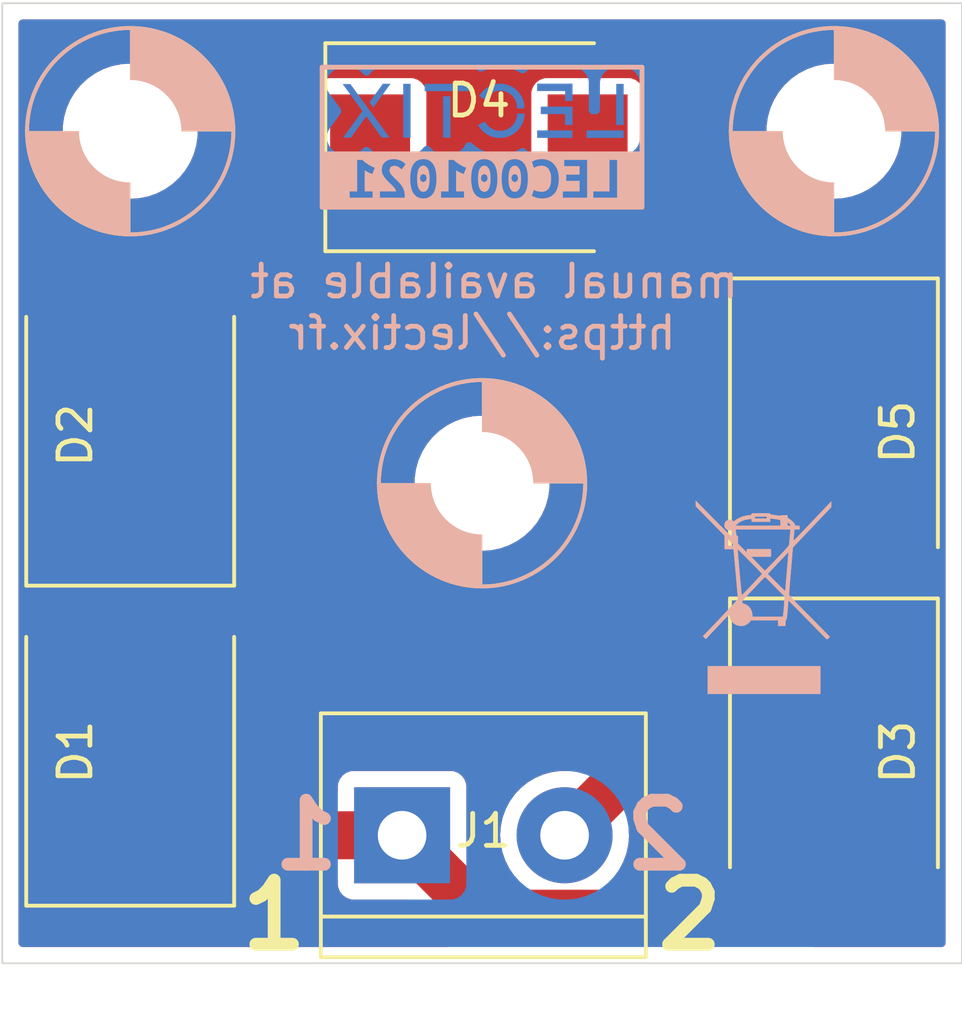
<source format=kicad_pcb>
(kicad_pcb (version 20211014) (generator pcbnew)
  (layers (0 "F.Cu" signal) (31 "B.Cu" signal) (34 "B.Paste" user) (35 "F.Paste" user) (36 "B.SilkS" user "B.Silkscreen") (37 "F.SilkS" user "F.Silkscreen") (38 "B.Mask" user) (39 "F.Mask" user) (44 "Edge.Cuts" user))
  (net 0 "")
  (net 1 "Net-(D1-Pad2)")
  (net 2 "Net-(D1-Pad1)")
  (net 3 "Net-(D2-Pad2)")
  (net 4 "Net-(D4-Pad2)")
  (net 5 "Net-(D3-Pad1)")
  (footprint "0_mechanical:MountingHole_3.2mm_M3" (layer "F.Cu") (at 126.5 77)
    (fp_text reference "H2" hide)
    (fp_text value "MountingHole" hide)
    (fp_circle (center 0 0) (end 3.224903 0) (layer "B.SilkS") (width 0.12) (fill none))
    (fp_poly (pts (xy 0 3.224903) (xy 0 1.6) (xy -0.1 1.6) (xy -0.5 1.5) (xy -0.9 1.3) (xy -1.3 0.9) (xy -1.5 0.5) (xy -1.6 0.1) (xy -1.6 0) (xy -3.2 0) (xy -3.2 0.5) (xy -3.1 0.9) (xy -2.8 1.6) (xy -2.3 2.3) (xy -1.5 2.9) (xy -0.5 3.2)) (layer "B.SilkS") (width 0.01) (fill solid))
    (fp_poly (pts (xy 0 -3.224903) (xy 0 -1.6) (xy 0.1 -1.6) (xy 0.5 -1.5) (xy 0.9 -1.3) (xy 1.3 -0.9) (xy 1.5 -0.5) (xy 1.6 -0.1) (xy 1.6 0) (xy 3.2 0) (xy 3.2 -0.5) (xy 3.1 -0.9) (xy 2.8 -1.6) (xy 2.3 -2.3) (xy 1.5 -2.9) (xy 0.5 -3.2)) (layer "B.SilkS") (width 0.01) (fill solid))
    (fp_circle (center 0 0) (end 1.6 -2.8) (layer "F.SilkS") (width 0.12) (fill none))
    (fp_poly (pts (xy 0 3.224903) (xy 0 1.6) (xy -0.1 1.6) (xy -0.5 1.5) (xy -0.9 1.3) (xy -1.3 0.9) (xy -1.5 0.5) (xy -1.6 0.1) (xy -1.6 0) (xy -3.2 0) (xy -3.2 0.5) (xy -3.1 0.9) (xy -2.8 1.6) (xy -2.3 2.3) (xy -1.5 2.9) (xy -0.5 3.2)) (layer "F.SilkS") (width 0.01) (fill solid))
    (fp_poly (pts (xy 0 -3.224903) (xy 0 -1.6) (xy 0.1 -1.6) (xy 0.5 -1.5) (xy 0.9 -1.3) (xy 1.3 -0.9) (xy 1.5 -0.5) (xy 1.6 -0.1) (xy 1.6 0) (xy 3.2 0) (xy 3.2 -0.5) (xy 3.1 -0.9) (xy 2.8 -1.6) (xy 2.3 -2.3) (xy 1.5 -2.9) (xy 0.5 -3.2)) (layer "F.SilkS") (width 0.01) (fill solid))
    (pad "" np_thru_hole circle locked (at 0 0) (size 3.2 3.2) (drill 3.2) (layers *.Cu *.Mask))
  )
  (footprint "0_connectors:TerminalBlock_bornier-2_P5.08mm-blue" (layer "F.Cu") (at 135 99)
    (fp_text reference "J1" (at 2.54 -0.14) (layer "F.SilkS"))
    (fp_text value "Screw_Terminal_01x02_blue")
    (fp_line (start 7.62 2.54) (end -2.54 2.54) (layer "F.SilkS") (width 0.12))
    (fp_line (start -2.54 3.81) (end 7.62 3.81) (layer "F.SilkS") (width 0.12))
    (fp_line (start 7.62 3.81) (end 7.62 -3.81) (layer "F.SilkS") (width 0.12))
    (fp_line (start -2.54 -3.81) (end -2.54 3.81) (layer "F.SilkS") (width 0.12))
    (fp_line (start 7.62 -3.81) (end -2.54 -3.81) (layer "F.SilkS") (width 0.12))
    (pad "1" thru_hole rect locked (at 0 0) (size 3 3) (drill 1.52) (layers *.Cu *.Mask) (net 2 "Net-(D1-Pad1)"))
    (pad "2" thru_hole circle locked (at 5.08 0) (size 3 3) (drill 1.52) (layers *.Cu *.Mask) (net 5 "Net-(D3-Pad1)"))
  )
  (footprint "Diode_SMD:D_SMC" (layer "F.Cu") (at 126.5 96.4 90)
    (fp_text reference "D1" (at 0 -1.714 90) (layer "F.SilkS"))
    (fp_text value "RS3M")
    (fp_line (start -4.8 3.25) (end -4.8 -3.25) (layer "F.SilkS") (width 0.12))
    (fp_line (start -4.8 -3.25) (end 3.6 -3.25) (layer "F.SilkS") (width 0.12))
    (fp_line (start -4.8 3.25) (end 3.6 3.25) (layer "F.SilkS") (width 0.12))
    (pad "1" smd rect locked (at -3.4 0 180) (size 3.3 2.5) (layers "F.Cu" "F.Paste" "F.Mask") (net 2 "Net-(D1-Pad1)"))
    (pad "2" smd rect locked (at 3.4 0 180) (size 3.3 2.5) (layers "F.Cu" "F.Paste" "F.Mask") (net 1 "Net-(D1-Pad2)"))
  )
  (footprint "Diode_SMD:D_SMC" (layer "F.Cu") (at 126.5 86.4 90)
    (fp_text reference "D2" (at -0.1 -1.714 90) (layer "F.SilkS"))
    (fp_text value "RS3M")
    (fp_line (start -4.8 -3.25) (end 3.6 -3.25) (layer "F.SilkS") (width 0.12))
    (fp_line (start -4.8 3.25) (end -4.8 -3.25) (layer "F.SilkS") (width 0.12))
    (fp_line (start -4.8 3.25) (end 3.6 3.25) (layer "F.SilkS") (width 0.12))
    (pad "1" smd rect locked (at -3.4 0 180) (size 3.3 2.5) (layers "F.Cu" "F.Paste" "F.Mask") (net 1 "Net-(D1-Pad2)"))
    (pad "2" smd rect locked (at 3.4 0 180) (size 3.3 2.5) (layers "F.Cu" "F.Paste" "F.Mask") (net 3 "Net-(D2-Pad2)"))
  )
  (footprint "Diode_SMD:D_SMC" (layer "F.Cu") (at 137.4 77.5)
    (fp_text reference "D4" (at 0 -1.46) (layer "F.SilkS"))
    (fp_text value "RS3M")
    (fp_line (start -4.8 3.25) (end -4.8 -3.25) (layer "F.SilkS") (width 0.12))
    (fp_line (start -4.8 -3.25) (end 3.6 -3.25) (layer "F.SilkS") (width 0.12))
    (fp_line (start -4.8 3.25) (end 3.6 3.25) (layer "F.SilkS") (width 0.12))
    (pad "1" smd rect locked (at -3.4 0 90) (size 3.3 2.5) (layers "F.Cu" "F.Paste" "F.Mask") (net 3 "Net-(D2-Pad2)"))
    (pad "2" smd rect locked (at 3.4 0 90) (size 3.3 2.5) (layers "F.Cu" "F.Paste" "F.Mask") (net 4 "Net-(D4-Pad2)"))
  )
  (footprint "Diode_SMD:D_SMC" (layer "F.Cu") (at 148.5 86.4 -90)
    (fp_text reference "D5" (at 0 -1.9914 90) (layer "F.SilkS"))
    (fp_text value "RS3M")
    (fp_line (start -4.8 3.25) (end -4.8 -3.25) (layer "F.SilkS") (width 0.12))
    (fp_line (start -4.8 3.25) (end 3.6 3.25) (layer "F.SilkS") (width 0.12))
    (fp_line (start -4.8 -3.25) (end 3.6 -3.25) (layer "F.SilkS") (width 0.12))
    (pad "1" smd rect locked (at -3.4 0) (size 3.3 2.5) (layers "F.Cu" "F.Paste" "F.Mask") (net 4 "Net-(D4-Pad2)"))
    (pad "2" smd rect locked (at 3.4 0) (size 3.3 2.5) (layers "F.Cu" "F.Paste" "F.Mask") (net 5 "Net-(D3-Pad1)"))
  )
  (footprint "Diode_SMD:D_SMC" (layer "F.Cu") (at 148.5 96.4 -90)
    (fp_text reference "D3" (at 0 -2 90) (layer "F.SilkS"))
    (fp_text value "SS34C")
    (fp_line (start -4.8 3.25) (end 3.6 3.25) (layer "F.SilkS") (width 0.12))
    (fp_line (start -4.8 -3.25) (end 3.6 -3.25) (layer "F.SilkS") (width 0.12))
    (fp_line (start -4.8 3.25) (end -4.8 -3.25) (layer "F.SilkS") (width 0.12))
    (pad "1" smd rect locked (at -3.4 0) (size 3.3 2.5) (layers "F.Cu" "F.Paste" "F.Mask") (net 5 "Net-(D3-Pad1)"))
    (pad "2" smd rect locked (at 3.4 0) (size 3.3 2.5) (layers "F.Cu" "F.Paste" "F.Mask") (net 2 "Net-(D1-Pad1)"))
  )
  (footprint "0_mechanical:MountingHole_3.2mm_M3" (layer "F.Cu") (at 148.5 77)
    (fp_text reference "H3" hide)
    (fp_text value "MountingHole" hide)
    (fp_circle (center 0 0) (end 3.224903 0) (layer "B.SilkS") (width 0.12) (fill none))
    (fp_poly (pts (xy 0 -3.224903) (xy 0 -1.6) (xy 0.1 -1.6) (xy 0.5 -1.5) (xy 0.9 -1.3) (xy 1.3 -0.9) (xy 1.5 -0.5) (xy 1.6 -0.1) (xy 1.6 0) (xy 3.2 0) (xy 3.2 -0.5) (xy 3.1 -0.9) (xy 2.8 -1.6) (xy 2.3 -2.3) (xy 1.5 -2.9) (xy 0.5 -3.2)) (layer "B.SilkS") (width 0.01) (fill solid))
    (fp_poly (pts (xy 0 3.224903) (xy 0 1.6) (xy -0.1 1.6) (xy -0.5 1.5) (xy -0.9 1.3) (xy -1.3 0.9) (xy -1.5 0.5) (xy -1.6 0.1) (xy -1.6 0) (xy -3.2 0) (xy -3.2 0.5) (xy -3.1 0.9) (xy -2.8 1.6) (xy -2.3 2.3) (xy -1.5 2.9) (xy -0.5 3.2)) (layer "B.SilkS") (width 0.01) (fill solid))
    (fp_circle (center 0 0) (end 1.6 -2.8) (layer "F.SilkS") (width 0.12) (fill none))
    (fp_poly (pts (xy 0 -3.224903) (xy 0 -1.6) (xy 0.1 -1.6) (xy 0.5 -1.5) (xy 0.9 -1.3) (xy 1.3 -0.9) (xy 1.5 -0.5) (xy 1.6 -0.1) (xy 1.6 0) (xy 3.2 0) (xy 3.2 -0.5) (xy 3.1 -0.9) (xy 2.8 -1.6) (xy 2.3 -2.3) (xy 1.5 -2.9) (xy 0.5 -3.2)) (layer "F.SilkS") (width 0.01) (fill solid))
    (fp_poly (pts (xy 0 3.224903) (xy 0 1.6) (xy -0.1 1.6) (xy -0.5 1.5) (xy -0.9 1.3) (xy -1.3 0.9) (xy -1.5 0.5) (xy -1.6 0.1) (xy -1.6 0) (xy -3.2 0) (xy -3.2 0.5) (xy -3.1 0.9) (xy -2.8 1.6) (xy -2.3 2.3) (xy -1.5 2.9) (xy -0.5 3.2)) (layer "F.SilkS") (width 0.01) (fill solid))
    (pad "" np_thru_hole circle locked (at 0 0) (size 3.2 3.2) (drill 3.2) (layers *.Cu *.Mask))
  )
  (footprint "0_mechanical:MountingHole_3.2mm_M3" (layer "F.Cu") (at 137.5 88)
    (fp_text reference "H1" hide)
    (fp_text value "MountingHole" hide)
    (fp_circle (center 0 0) (end 3.224903 0) (layer "B.SilkS") (width 0.12) (fill none))
    (fp_poly (pts (xy 0 -3.224903) (xy 0 -1.6) (xy 0.1 -1.6) (xy 0.5 -1.5) (xy 0.9 -1.3) (xy 1.3 -0.9) (xy 1.5 -0.5) (xy 1.6 -0.1) (xy 1.6 0) (xy 3.2 0) (xy 3.2 -0.5) (xy 3.1 -0.9) (xy 2.8 -1.6) (xy 2.3 -2.3) (xy 1.5 -2.9) (xy 0.5 -3.2)) (layer "B.SilkS") (width 0.01) (fill solid))
    (fp_poly (pts (xy 0 3.224903) (xy 0 1.6) (xy -0.1 1.6) (xy -0.5 1.5) (xy -0.9 1.3) (xy -1.3 0.9) (xy -1.5 0.5) (xy -1.6 0.1) (xy -1.6 0) (xy -3.2 0) (xy -3.2 0.5) (xy -3.1 0.9) (xy -2.8 1.6) (xy -2.3 2.3) (xy -1.5 2.9) (xy -0.5 3.2)) (layer "B.SilkS") (width 0.01) (fill solid))
    (fp_circle (center 0 0) (end 1.6 -2.8) (layer "F.SilkS") (width 0.12) (fill none))
    (fp_poly (pts (xy 0 -3.224903) (xy 0 -1.6) (xy 0.1 -1.6) (xy 0.5 -1.5) (xy 0.9 -1.3) (xy 1.3 -0.9) (xy 1.5 -0.5) (xy 1.6 -0.1) (xy 1.6 0) (xy 3.2 0) (xy 3.2 -0.5) (xy 3.1 -0.9) (xy 2.8 -1.6) (xy 2.3 -2.3) (xy 1.5 -2.9) (xy 0.5 -3.2)) (layer "F.SilkS") (width 0.01) (fill solid))
    (fp_poly (pts (xy 0 3.224903) (xy 0 1.6) (xy -0.1 1.6) (xy -0.5 1.5) (xy -0.9 1.3) (xy -1.3 0.9) (xy -1.5 0.5) (xy -1.6 0.1) (xy -1.6 0) (xy -3.2 0) (xy -3.2 0.5) (xy -3.1 0.9) (xy -2.8 1.6) (xy -2.3 2.3) (xy -1.5 2.9) (xy -0.5 3.2)) (layer "F.SilkS") (width 0.01) (fill solid))
    (pad "" np_thru_hole circle locked (at 0 0) (size 3.2 3.2) (drill 3.2) (layers *.Cu *.Mask))
  )
  (footprint "0_logos:Logo_10mm" (layer "B.Cu") (at 137.66 76.35 180)
    (fp_text reference "LOGO1" hide)
    (fp_text value "logo_lectix_25mm" hide)
    (fp_poly (pts (xy 1.3716 -0.84582) (xy 1.15062 -0.84582) (xy 1.15062 0.43688) (xy 1.3716 0.43688) (xy 1.3716 -0.84582)) (layer "B.Cu") (width 0.01) (fill solid))
    (fp_poly (pts (xy -0.373791 0.828885) (xy -0.352051 0.828102) (xy -0.333524 0.826865) (xy -0.32512 0.825987) (xy -0.263464 0.815889) (xy -0.203518 0.801142) (xy -0.145498 0.78188) (xy -0.08962 0.75824) (xy -0.036099 0.730358) (xy 0.01485 0.698368) (xy 0.063012 0.662408) (xy 0.108171 0.622612) (xy 0.150111 0.579116) (xy 0.188617 0.532056) (xy 0.223475 0.481567) (xy 0.224753 0.479538) (xy 0.23095 0.469396) (xy 0.235873 0.460824) (xy 0.239032 0.454716) (xy 0.239933 0.451966) (xy 0.239927 0.451954) (xy 0.237616 0.450206) (xy 0.231584 0.446064) (xy 0.222376 0.439884) (xy 0.210541 0.432024) (xy 0.196627 0.422841) (xy 0.181181 0.412692) (xy 0.16475 0.401934) (xy 0.147883 0.390925) (xy 0.131127 0.380021) (xy 0.115029 0.369581) (xy 0.100138 0.359961) (xy 0.087 0.351518) (xy 0.076165 0.34461) (xy 0.068178 0.339593) (xy 0.063588 0.336826) (xy 0.062794 0.336416) (xy 0.059968 0.337282) (xy 0.055905 0.341905) (xy 0.050305 0.350661) (xy 0.047184 0.356086) (xy 0.030089 0.383572) (xy 0.009427 0.411998) (xy -0.013771 0.440148) (xy -0.038472 0.466803) (xy -0.063644 0.490746) (xy -0.07552 0.50086) (xy -0.116154 0.530828) (xy -0.159753 0.556873) (xy -0.205804 0.578774) (xy -0.253792 0.59631) (xy -0.303203 0.60926) (xy -0.343548 0.616187) (xy -0.365054 0.618232) (xy -0.389779 0.619278) (xy -0.41624 0.619363) (xy -0.442955 0.61852) (xy -0.468443 0.616786) (xy -0.491221 0.614196) (xy -0.502174 0.612397) (xy -0.552714 0.600392) (xy -0.601225 0.583901) (xy -0.647466 0.563143) (xy -0.691196 0.538334) (xy -0.732174 0.509692) (xy -0.770159 0.477434) (xy -0.80491 0.441777) (xy -0.836186 0.402938) (xy -0.863748 0.361136) (xy -0.887352 0.316587) (xy -0.90676 0.269508) (xy -0.916801 0.238379) (xy -0.927444 0.193948) (xy -0.934072 0.147895) (xy -0.936568 0.109855) (xy -0.937972 0.06858) (xy -1.158969 0.06858) (xy -1.157493 0.113665) (xy -1.153049 0.173235) (xy -1.143761 0.231781) (xy -1.129804 0.289055) (xy -1.111357 0.344808) (xy -1.088595 0.398794) (xy -1.061694 0.450761) (xy -1.030832 0.500463) (xy -0.996184 0.547651) (xy -0.957927 0.592077) (xy -0.916238 0.63349) (xy -0.871292 0.671645) (xy -0.823267 0.706291) (xy -0.772339 0.73718) (xy -0.718684 0.764064) (xy -0.6858 0.777954) (xy -0.632923 0.796535) (xy -0.578211 0.811237) (xy -0.520795 0.822284) (xy -0.50546 0.824566) (xy -0.489281 0.826312) (xy -0.469218 0.827661) (xy -0.446456 0.828601) (xy -0.422175 0.829125) (xy -0.397559 0.829223) (xy -0.373791 0.828885)) (layer "B.Cu") (width 0.01) (fill solid))
    (fp_poly (pts (xy 2.61874 -0.84582) (xy 2.39776 -0.84582) (xy 2.39776 0.8255) (xy 2.61874 0.8255) (xy 2.61874 -0.84582)) (layer "B.Cu") (width 0.01) (fill solid))
    (fp_poly (pts (xy -1.56718 -0.85344) (xy -2.65938 -0.85344) (xy -2.65938 -0.62992) (xy -1.56718 -0.62992) (xy -1.56718 -0.85344)) (layer "B.Cu") (width 0.01) (fill solid))
    (fp_poly (pts (xy -1.68148 -0.10922) (xy -2.44094 -0.10922) (xy -2.44094 -0.45212) (xy -2.66192 -0.45212) (xy -2.66192 0.1143) (xy -1.68148 0.1143) (xy -1.68148 -0.10922)) (layer "B.Cu") (width 0.01) (fill solid))
    (fp_poly (pts (xy -3.1115 -0.85344) (xy -4.25958 -0.85344) (xy -4.25958 -0.62992) (xy -3.1115 -0.62992) (xy -3.1115 -0.85344)) (layer "B.Cu") (width 0.01) (fill solid))
    (fp_poly (pts (xy -1.56718 0.61214) (xy -2.44094 0.61214) (xy -2.44094 0.29972) (xy -2.66446 0.29972) (xy -2.66446 0.83312) (xy -1.56718 0.83312) (xy -1.56718 0.61214)) (layer "B.Cu") (width 0.01) (fill solid))
    (fp_poly (pts (xy 1.95072 0.60452) (xy 0.58166 0.60452) (xy 0.58166 0.8255) (xy 1.95072 0.8255) (xy 1.95072 0.60452)) (layer "B.Cu") (width 0.01) (fill solid))
    (fp_poly (pts (xy 4.376304 0.819908) (xy 4.39485 0.819812) (xy 4.508296 0.81915) (xy 4.202148 0.400817) (xy 4.172064 0.359702) (xy 4.142787 0.319675) (xy 4.114458 0.280931) (xy 4.087217 0.243662) (xy 4.061206 0.20806) (xy 4.036566 0.17432) (xy 4.013436 0.142634) (xy 3.991957 0.113194) (xy 3.972271 0.086194) (xy 3.954518 0.061828) (xy 3.938839 0.040287) (xy 3.925374 0.021764) (xy 3.914265 0.006454) (xy 3.905651 -0.005452) (xy 3.899674 -0.01376) (xy 3.896474 -0.018277) (xy 3.895946 -0.019087) (xy 3.897407 -0.021269) (xy 3.901707 -0.02737) (xy 3.908703 -0.037192) (xy 3.918256 -0.050541) (xy 3.930224 -0.06722) (xy 3.944465 -0.087032) (xy 3.960838 -0.109783) (xy 3.979202 -0.135275) (xy 3.999416 -0.163314) (xy 4.021337 -0.193701) (xy 4.044825 -0.226243) (xy 4.069739 -0.260742) (xy 4.095938 -0.297003) (xy 4.123279 -0.334829) (xy 4.151622 -0.374025) (xy 4.180825 -0.414395) (xy 4.192671 -0.430766) (xy 4.22219 -0.471564) (xy 4.250913 -0.511274) (xy 4.278699 -0.549701) (xy 4.305405 -0.586647) (xy 4.330889 -0.621916) (xy 4.35501 -0.65531) (xy 4.377626 -0.686635) (xy 4.398595 -0.715692) (xy 4.417775 -0.742285) (xy 4.435025 -0.766218) (xy 4.450202 -0.787293) (xy 4.463164 -0.805315) (xy 4.47377 -0.820086) (xy 4.481878 -0.831411) (xy 4.487346 -0.839091) (xy 4.490033 -0.842932) (xy 4.490296 -0.843347) (xy 4.488016 -0.843981) (xy 4.480822 -0.844522) (xy 4.468878 -0.844969) (xy 4.452349 -0.845317) (xy 4.4314 -0.845563) (xy 4.406196 -0.845703) (xy 4.377266 -0.845734) (xy 4.26339 -0.845649) (xy 4.02209 -0.51178) (xy 3.995526 -0.475037) (xy 3.969765 -0.439426) (xy 3.944965 -0.405163) (xy 3.921283 -0.372466) (xy 3.898876 -0.34155) (xy 3.877902 -0.312632) (xy 3.858517 -0.285929) (xy 3.84088 -0.261658) (xy 3.825147 -0.240034) (xy 3.811475 -0.221274) (xy 3.800023 -0.205596) (xy 3.790948 -0.193215) (xy 3.784406 -0.184347) (xy 3.780556 -0.179211) (xy 3.77952 -0.177933) (xy 3.777906 -0.17995) (xy 3.773455 -0.185854) (xy 3.766324 -0.195427) (xy 3.756674 -0.208455) (xy 3.744661 -0.224722) (xy 3.730447 -0.24401) (xy 3.714188 -0.266106) (xy 3.696044 -0.290791) (xy 3.676173 -0.317851) (xy 3.654734 -0.34707) (xy 3.631887 -0.378231) (xy 3.607789 -0.411119) (xy 3.5826 -0.445518) (xy 3.556477 -0.481211) (xy 3.53568 -0.509644) (xy 3.508925 -0.546214) (xy 3.482965 -0.581667) (xy 3.457961 -0.615786) (xy 3.434072 -0.648355) (xy 3.411458 -0.679156) (xy 3.390279 -0.707973) (xy 3.370693 -0.734589) (xy 3.352863 -0.758787) (xy 3.336946 -0.78035) (xy 3.323102 -0.799061) (xy 3.311493 -0.814704) (xy 3.302276 -0.827061) (xy 3.295613 -0.835916) (xy 3.291662 -0.841051) (xy 3.29057 -0.842335) (xy 3.287574 -0.842529) (xy 3.280025 -0.84268) (xy 3.26845 -0.842789) (xy 3.253375 -0.842853) (xy 3.235327 -0.84287) (xy 3.214833 -0.842839) (xy 3.192419 -0.842759) (xy 3.175648 -0.842672) (xy 3.063267 -0.84201) (xy 3.669225 -0.01397) (xy 3.711717 0.044093) (xy 3.753457 0.101122) (xy 3.794343 0.156981) (xy 3.834276 0.211531) (xy 3.873154 0.264637) (xy 3.910878 0.316161) (xy 3.947347 0.365964) (xy 3.982459 0.413911) (xy 4.016115 0.459864) (xy 4.048214 0.503686) (xy 4.078655 0.545239) (xy 4.107338 0.584386) (xy 4.134162 0.620989) (xy 4.159027 0.654913) (xy 4.181832 0.686019) (xy 4.202477 0.714169) (xy 4.22086 0.739228) (xy 4.236882 0.761057) (xy 4.250441 0.779519) (xy 4.261437 0.794478) (xy 4.269771 0.805795) (xy 4.27534 0.813333) (xy 4.278045 0.816956) (xy 4.278294 0.817272) (xy 4.280129 0.818064) (xy 4.284193 0.818708) (xy 4.29086 0.819211) (xy 4.300504 0.819582) (xy 4.313497 0.819829) (xy 4.330212 0.819961) (xy 4.351024 0.819984) (xy 4.376304 0.819908)) (layer "B.Cu") (width 0.01) (fill solid))
    (fp_poly (pts (xy -4.0386 -0.45212) (xy -4.25958 -0.45212) (xy -4.25958 0.82296) (xy -4.0386 0.82296) (xy -4.0386 -0.45212)) (layer "B.Cu") (width 0.01) (fill solid))
    (fp_poly (pts (xy 3.260968 0.8255) (xy 3.466269 0.542956) (xy 3.490799 0.509165) (xy 3.514493 0.476463) (xy 3.53718 0.445091) (xy 3.558689 0.415286) (xy 3.578848 0.387289) (xy 3.597487 0.361337) (xy 3.614435 0.337671) (xy 3.62952 0.31653) (xy 3.642571 0.298152) (xy 3.653418 0.282777) (xy 3.661889 0.270644) (xy 3.667814 0.261991) (xy 3.671021 0.257058) (xy 3.67157 0.255979) (xy 3.670129 0.252999) (xy 3.666077 0.246561) (xy 3.659817 0.237221) (xy 3.651755 0.225539) (xy 3.642293 0.212072) (xy 3.631838 0.197378) (xy 3.620793 0.182016) (xy 3.609562 0.166543) (xy 3.598551 0.151517) (xy 3.588162 0.137496) (xy 3.578801 0.125038) (xy 3.570872 0.114702) (xy 3.564779 0.107045) (xy 3.560927 0.102625) (xy 3.55981 0.101753) (xy 3.558071 0.103777) (xy 3.553504 0.109705) (xy 3.546264 0.119329) (xy 3.536502 0.132439) (xy 3.524373 0.148826) (xy 3.510029 0.168281) (xy 3.493625 0.190595) (xy 3.475313 0.215558) (xy 3.455247 0.242963) (xy 3.433579 0.272598) (xy 3.410465 0.304257) (xy 3.386056 0.337728) (xy 3.360506 0.372804) (xy 3.333968 0.409276) (xy 3.306596 0.446933) (xy 3.29819 0.458507) (xy 3.270558 0.496555) (xy 3.243707 0.533532) (xy 3.217789 0.569228) (xy 3.19296 0.603428) (xy 3.169374 0.635919) (xy 3.147186 0.666489) (xy 3.126549 0.694925) (xy 3.107618 0.721015) (xy 3.090548 0.744544) (xy 3.075493 0.765301) (xy 3.062608 0.783073) (xy 3.052047 0.797646) (xy 3.043964 0.808808) (xy 3.038514 0.816346) (xy 3.035851 0.820048) (xy 3.035625 0.82037) (xy 3.034877 0.821583) (xy 3.034715 0.822588) (xy 3.035563 0.823405) (xy 3.037844 0.824053) (xy 3.041981 0.824551) (xy 3.048399 0.824919) (xy 3.057522 0.825177) (xy 3.069772 0.825345) (xy 3.085573 0.825441) (xy 3.105349 0.825486) (xy 3.129525 0.8255) (xy 3.146554 0.825501) (xy 3.260968 0.8255)) (layer "B.Cu") (width 0.01) (fill solid))
    (fp_poly (pts (xy -0.941598 -0.135255) (xy -0.93688 -0.184642) (xy -0.927286 -0.233391) (xy -0.913012 -0.281126) (xy -0.894257 -0.327472) (xy -0.871216 -0.372055) (xy -0.844087 -0.4145) (xy -0.813067 -0.454432) (xy -0.778352 -0.491476) (xy -0.74014 -0.525258) (xy -0.73406 -0.530066) (xy -0.693962 -0.558193) (xy -0.650655 -0.582754) (xy -0.604786 -0.603491) (xy -0.557001 -0.620147) (xy -0.507946 -0.632466) (xy -0.458267 -0.640191) (xy -0.456939 -0.640331) (xy -0.435583 -0.641812) (xy -0.410988 -0.642277) (xy -0.38483 -0.641784) (xy -0.358784 -0.640393) (xy -0.334525 -0.638161) (xy -0.31496 -0.635369) (xy -0.26458 -0.623968) (xy -0.215829 -0.608011) (xy -0.169027 -0.587722) (xy -0.124494 -0.563326) (xy -0.082553 -0.53505) (xy -0.043523 -0.503119) (xy -0.007725 -0.467757) (xy 0.024521 -0.429189) (xy 0.052893 -0.387642) (xy 0.063459 -0.36957) (xy 0.067764 -0.361866) (xy 0.070977 -0.356162) (xy 0.072419 -0.35366) (xy 0.072428 -0.353648) (xy 0.074718 -0.354589) (xy 0.080966 -0.357586) (xy 0.090622 -0.362356) (xy 0.103134 -0.368617) (xy 0.11795 -0.376087) (xy 0.134518 -0.384484) (xy 0.152288 -0.393526) (xy 0.170709 -0.40293) (xy 0.189227 -0.412414) (xy 0.207292 -0.421697) (xy 0.224353 -0.430496) (xy 0.239857 -0.43853) (xy 0.253254 -0.445515) (xy 0.263992 -0.45117) (xy 0.271519 -0.455212) (xy 0.275284 -0.45736) (xy 0.275579 -0.457574) (xy 0.276342 -0.459476) (xy 0.27565 -0.462864) (xy 0.273236 -0.468246) (xy 0.268829 -0.47613) (xy 0.262161 -0.487022) (xy 0.252963 -0.501432) (xy 0.249532 -0.50673) (xy 0.213745 -0.557247) (xy 0.174233 -0.604456) (xy 0.131253 -0.648181) (xy 0.085061 -0.688245) (xy 0.035915 -0.724473) (xy -0.015929 -0.75669) (xy -0.070214 -0.784719) (xy -0.126683 -0.808386) (xy -0.185078 -0.827513) (xy -0.238614 -0.840608) (xy -0.259549 -0.844715) (xy -0.278693 -0.847937) (xy -0.297214 -0.850387) (xy -0.316279 -0.852177) (xy -0.337056 -0.853419) (xy -0.360714 -0.854226) (xy -0.38481 -0.854665) (xy -0.403035 -0.85486) (xy -0.419929 -0.85496) (xy -0.434719 -0.854966) (xy -0.446633 -0.85488) (xy -0.454897 -0.854704) (xy -0.45847 -0.854485) (xy -0.464358 -0.853741) (xy -0.47369 -0.85263) (xy -0.484862 -0.851341) (xy -0.49022 -0.850735) (xy -0.545997 -0.842047) (xy -0.601993 -0.828574) (xy -0.657599 -0.810545) (xy -0.712206 -0.788188) (xy -0.765203 -0.761731) (xy -0.815981 -0.731401) (xy -0.82423 -0.725955) (xy -0.854202 -0.705098) (xy -0.880956 -0.684653) (xy -0.906058 -0.663317) (xy -0.931073 -0.63979) (xy -0.946282 -0.624501) (xy -0.98848 -0.577656) (xy -1.026384 -0.528179) (xy -1.059914 -0.476236) (xy -1.088986 -0.421994) (xy -1.113518 -0.365618) (xy -1.133426 -0.307274) (xy -1.148629 -0.247129) (xy -1.156813 -0.201477) (xy -1.15802 -0.192261) (xy -1.159423 -0.17981) (xy -1.160913 -0.165307) (xy -1.162382 -0.149937) (xy -1.163719 -0.134885) (xy -1.164815 -0.121334) (xy -1.165562 -0.11047) (xy -1.16585 -0.103505) (xy -1.163398 -0.103107) (xy -1.156379 -0.102738) (xy -1.145308 -0.102405) (xy -1.130696 -0.102119) (xy -1.113059 -0.101886) (xy -1.092909 -0.101717) (xy -1.070759 -0.10162) (xy -1.054481 -0.1016) (xy -0.943101 -0.1016) (xy -0.941598 -0.135255)) (layer "B.Cu") (width 0.01) (fill solid))
  )
  (footprint "kibuzzard-6239BEEF" (layer "B.Cu") (at 137.541 78.486 180)
    (fp_text reference "kibuzzard-6239BEEF" hide)
    (fp_text value "G***" hide)
    (fp_poly (pts (xy 2.074545 0.001905) (xy 1.983105 0.020955) (xy 1.953578 -0.067628) (xy 1.87833 -0.104775) (xy 1.800225 -0.067628) (xy 1.77165 0.020955) (xy 1.800225 0.11049) (xy 1.87833 0.14859) (xy 1.953578 0.11049) (xy 1.983105 0.020955) (xy 2.074545 0.001905) (xy 2.068936 0.125836) (xy 2.052108 0.228388) (xy 2.024062 0.309563) (xy 1.961912 0.388858) (xy 1.876425 0.41529) (xy 1.792129 0.388858) (xy 1.72974 0.309563) (xy 1.701165 0.228388) (xy 1.68402 0.125836) (xy 1.678305 0.001905) (xy 1.68402 -0.123084) (xy 1.701165 -0.226272) (xy 1.72974 -0.307658) (xy 1.792129 -0.386953) (xy 1.876425 -0.413385) (xy 1.961912 -0.386953) (xy 2.024062 -0.307658) (xy 2.052108 -0.226272) (xy 2.068936 -0.123084) (xy 2.074545 0.001905)) (layer "B.SilkS") (width 0) (fill solid))
    (fp_poly (pts (xy 0.169545 0.001905) (xy 0.078105 0.020955) (xy 0.048578 -0.067628) (xy -0.02667 -0.104775) (xy -0.104775 -0.067628) (xy -0.13335 0.020955) (xy -0.104775 0.11049) (xy -0.02667 0.14859) (xy 0.048578 0.11049) (xy 0.078105 0.020955) (xy 0.169545 0.001905) (xy 0.163936 0.125836) (xy 0.147108 0.228388) (xy 0.119063 0.309563) (xy 0.056912 0.388858) (xy -0.028575 0.41529) (xy -0.112871 0.388858) (xy -0.17526 0.309563) (xy -0.203835 0.228388) (xy -0.22098 0.125836) (xy -0.226695 0.001905) (xy -0.22098 -0.123084) (xy -0.203835 -0.226272) (xy -0.17526 -0.307658) (xy -0.112871 -0.386953) (xy -0.028575 -0.413385) (xy 0.056912 -0.386953) (xy 0.119063 -0.307658) (xy 0.147108 -0.226272) (xy 0.163936 -0.123084) (xy 0.169545 0.001905)) (layer "B.SilkS") (width 0) (fill solid))
    (fp_poly (pts (xy -4.626901 0.85344) (xy -4.17957 -0.59055) (xy -4.17957 0.588645) (xy -3.94335 0.588645) (xy -3.94335 -0.39624) (xy -3.438525 -0.39624) (xy -3.438525 -0.59055) (xy -4.17957 -0.59055) (xy -4.626901 0.85344) (xy -5.023776 0.85344) (xy -5.023776 -0.85344) (xy -3.24231 -0.59055) (xy -3.24231 0.588645) (xy -2.527935 0.588645) (xy -2.527935 0.394335) (xy -3.007995 0.394335) (xy -3.007995 0.12954) (xy -2.5908 0.12954) (xy -2.5908 -0.06477) (xy -3.007995 -0.06477) (xy -3.007995 -0.39624) (xy -2.486025 -0.39624) (xy -2.486025 -0.59055) (xy -3.24231 -0.59055) (xy -5.023776 -0.85344) (xy -4.626901 -0.85344) (xy -1.845945 -0.615315) (xy -1.999192 -0.597535) (xy -2.126192 -0.544195) (xy -2.226945 -0.455295) (xy -2.284452 -0.366832) (xy -2.325529 -0.261461) (xy -2.350175 -0.139184) (xy -2.35839 0) (xy -2.348389 0.138589) (xy -2.318385 0.260985) (xy -2.270522 0.366474) (xy -2.206943 0.454343) (xy -2.128838 0.523875) (xy -2.037398 0.574358) (xy -1.934766 0.605076) (xy -1.823085 0.615315) (xy -1.709738 0.604838) (xy -1.621155 0.581025) (xy -1.557338 0.55245) (xy -1.518285 0.52959) (xy -1.579245 0.3429) (xy -1.684973 0.391478) (xy -1.826895 0.41148) (xy -1.934528 0.391478) (xy -1.383983 0.146447) (xy -1.36398 0.271463) (xy -1.330643 0.376952) (xy -1.28397 0.462915) (xy -1.202902 0.547582) (xy -1.101937 0.598382) (xy -0.981075 0.615315) (xy -0.858308 0.598488) (xy -0.756708 0.548005) (xy -0.676275 0.463868) (xy -0.630436 0.378202) (xy -0.41148 0.271463) (xy -0.378143 0.376952) (xy -0.33147 0.462915) (xy -0.250402 0.547582) (xy -0.149437 0.598382) (xy -0.028575 0.615315) (xy 0.094192 0.598488) (xy 0.195792 0.548005) (xy 0.276225 0.463868) (xy 0.322064 0.378202) (xy 0.354806 0.272653) (xy 0.374452 0.147221) (xy 0.381 0.001905) (xy 0.374452 -0.144304) (xy 0.354806 -0.27051) (xy 0.322064 -0.376714) (xy 0.276225 -0.462915) (xy 0.195792 -0.547582) (xy 0.094192 -0.598382) (xy -0.028575 -0.615315) (xy -0.151342 -0.598382) (xy -0.252942 -0.547582) (xy -0.333375 -0.462915) (xy -0.379214 -0.376714) (xy -0.411956 -0.27051) (xy -0.431602 -0.144304) (xy -0.43815 0.001905) (xy -0.431483 0.146447) (xy -0.41148 0.271463) (xy -0.630436 0.378202) (xy -0.597694 0.272653) (xy -0.578048 0.147221) (xy -0.5715 0.001905) (xy -0.578048 -0.144304) (xy -0.597694 -0.27051) (xy -0.630436 -0.376714) (xy -0.676275 -0.462915) (xy -0.756708 -0.547582) (xy -0.858308 -0.598382) (xy -0.981075 -0.615315) (xy -1.103842 -0.598382) (xy -1.205442 -0.547582) (xy -1.285875 -0.462915) (xy -1.331714 -0.376714) (xy -1.364456 -0.27051) (xy -1.384102 -0.144304) (xy -1.39065 0.001905) (xy -1.383983 0.146447) (xy -1.934528 0.391478) (xy -2.027873 0.324803) (xy -2.094548 0.200025) (xy -2.113836 0.112395) (xy -2.120265 0.005715) (xy -2.112539 -0.118428) (xy -2.089362 -0.221615) (xy -2.050733 -0.303848) (xy -1.959054 -0.384572) (xy -1.823085 -0.41148) (xy -1.671638 -0.390525) (xy -1.575435 -0.348615) (xy -1.51638 -0.5334) (xy -1.650683 -0.589598) (xy -1.741884 -0.608886) (xy -1.845945 -0.615315) (xy -4.626901 -0.85344) (xy 4.626901 -0.85344) (xy 1.32207 -0.59055) (xy 0.60579 -0.59055) (xy 0.60579 -0.39624) (xy 0.85344 -0.39624) (xy 0.85344 0.26289) (xy 0.73152 0.195263) (xy 0.615315 0.14859) (xy 0.539115 0.3429) (xy 0.638175 0.386715) (xy 0.744855 0.44577) (xy 0.84582 0.51435) (xy 0.927735 0.588645) (xy 1.087755 0.588645) (xy 1.49352 0.271463) (xy 1.526858 0.376952) (xy 1.57353 0.462915) (xy 1.654598 0.547582) (xy 1.755563 0.598382) (xy 1.876425 0.615315) (xy 1.999192 0.598488) (xy 2.100792 0.548005) (xy 2.181225 0.463868) (xy 2.227064 0.378202) (xy 2.259806 0.272653) (xy 2.279452 0.147221) (xy 2.286 0.001905) (xy 2.906078 0.16002) (xy 2.94132 0.260985) (xy 2.897505 0.372428) (xy 2.787015 0.41148) (xy 2.67081 0.38481) (xy 2.550795 0.295275) (xy 2.43459 0.459105) (xy 2.516743 0.528638) (xy 2.610803 0.577215) (xy 2.710577 0.60579) (xy 2.809875 0.615315) (xy 2.94894 0.59436) (xy 3.06705 0.531495) (xy 3.148965 0.425768) (xy 3.179445 0.27813) (xy 3.156585 0.160973) (xy 3.095625 0.051435) (xy 3.0099 -0.051435) (xy 2.912745 -0.146685) (xy 2.855595 -0.200978) (xy 2.794635 -0.265748) (xy 2.746058 -0.333375) (xy 2.726055 -0.39624) (xy 3.232785 -0.39624) (xy 3.232785 -0.59055) (xy 2.463165 -0.59055) (xy 2.458403 -0.542925) (xy 2.459355 -0.50292) (xy 2.468166 -0.41148) (xy 2.494598 -0.32766) (xy 2.534603 -0.250746) (xy 2.584133 -0.180023) (xy 2.64033 -0.114776) (xy 2.700338 -0.054293) (xy 2.760345 0.002619) (xy 2.816543 0.05715) (xy 2.906078 0.16002) (xy 2.286 0.001905) (xy 2.279452 -0.144304) (xy 2.259806 -0.27051) (xy 2.227064 -0.376714) (xy 2.181225 -0.462915) (xy 2.100792 -0.547582) (xy 1.999192 -0.598382) (xy 1.876425 -0.615315) (xy 1.753658 -0.598382) (xy 1.652058 -0.547582) (xy 1.571625 -0.462915) (xy 1.525786 -0.376714) (xy 1.493044 -0.27051) (xy 1.473398 -0.144304) (xy 1.46685 0.001905) (xy 1.473518 0.146447) (xy 1.49352 0.271463) (xy 1.087755 0.588645) (xy 1.087755 -0.39624) (xy 1.32207 -0.39624) (xy 1.32207 -0.59055) (xy 4.626901 -0.85344) (xy 5.023776 -0.85344) (xy 4.17957 -0.39624) (xy 4.17957 -0.59055) (xy 3.46329 -0.59055) (xy 3.46329 -0.39624) (xy 3.71094 -0.39624) (xy 3.71094 0.26289) (xy 3.58902 0.195263) (xy 3.472815 0.14859) (xy 3.396615 0.3429) (xy 3.495675 0.386715) (xy 3.602355 0.44577) (xy 3.70332 0.51435) (xy 3.785235 0.588645) (xy 3.945255 0.588645) (xy 3.945255 -0.39624) (xy 4.17957 -0.39624) (xy 5.023776 -0.85344) (xy 5.023776 0.85344) (xy 4.626901 0.85344) (xy -4.626901 0.85344)) (layer "B.SilkS") (width 0) (fill solid))
    (fp_poly (pts (xy -0.782955 0.001905) (xy -0.874395 0.020955) (xy -0.903923 -0.067628) (xy -0.97917 -0.104775) (xy -1.057275 -0.067628) (xy -1.08585 0.020955) (xy -1.057275 0.11049) (xy -0.97917 0.14859) (xy -0.903923 0.11049) (xy -0.874395 0.020955) (xy -0.782955 0.001905) (xy -0.788564 0.125836) (xy -0.805392 0.228388) (xy -0.833438 0.309563) (xy -0.895588 0.388858) (xy -0.981075 0.41529) (xy -1.065371 0.388858) (xy -1.12776 0.309563) (xy -1.156335 0.228388) (xy -1.17348 0.125836) (xy -1.179195 0.001905) (xy -1.17348 -0.123084) (xy -1.156335 -0.226272) (xy -1.12776 -0.307658) (xy -1.065371 -0.386953) (xy -0.981075 -0.413385) (xy -0.895588 -0.386953) (xy -0.833438 -0.307658) (xy -0.805392 -0.226272) (xy -0.788564 -0.123084) (xy -0.782955 0.001905)) (layer "B.SilkS") (width 0) (fill solid))
  )
  (footprint "0_logos:WEEE-Logo_4.2x6mm_SilkScreen" (layer "B.Cu") (at 146.304 91.567 180)
    (fp_text reference "REF**" hide)
    (fp_text value "WEEE-Logo_4.2x6mm_SilkScreen" hide)
    (fp_poly (pts (xy 2.12443 2.935152) (xy 2.123811 2.848069) (xy 1.672086 2.389109) (xy 1.220361 1.930148) (xy 1.220032 1.719529) (xy 1.219703 1.508911) (xy 0.94461 1.508911) (xy 0.937522 1.45547) (xy 0.934838 1.431112) (xy 0.930313 1.385241) (xy 0.924191 1.320595) (xy 0.916712 1.239909) (xy 0.908119 1.145919) (xy 0.898654 1.041363) (xy 0.888558 0.928975) (xy 0.878074 0.811493) (xy 0.867444 0.691652) (xy 0.856909 0.572189) (xy 0.846713 0.455841) (xy 0.837095 0.345343) (xy 0.8283 0.243431) (xy 0.820568 0.152842) (xy 0.814142 0.076313) (xy 0.809263 0.016579) (xy 0.806175 -0.023624) (xy 0.805117 -0.041559) (xy 0.805118 -0.041644) (xy 0.812827 -0.056035) (xy 0.835981 -0.085748) (xy 0.874895 -0.131131) (xy 0.929884 -0.192529) (xy 1.001264 -0.270288) (xy 1.089349 -0.364754) (xy 1.194454 -0.476272) (xy 1.316895 -0.605188) (xy 1.35131 -0.641287) (xy 1.897137 -1.213416) (xy 1.808881 -1.301436) (xy 1.737485 -1.223758) (xy 1.711366 -1.195686) (xy 1.670566 -1.152274) (xy 1.617777 -1.096366) (xy 1.555691 -1.030808) (xy 1.487 -0.958441) (xy 1.414396 -0.882112) (xy 1.37096 -0.836524) (xy 1.289416 -0.751119) (xy 1.223504 -0.68271) (xy 1.171544 -0.630053) (xy 1.131855 -0.591905) (xy 1.102757 -0.56702) (xy 1.082569 -0.554156) (xy 1.06961 -0.552068) (xy 1.0622 -0.559513) (xy 1.058658 -0.575246) (xy 1.057303 -0.598023) (xy 1.057121 -0.604239) (xy 1.047703 -0.647061) (xy 1.024497 -0.698819) (xy 0.992136 -0.751328) (xy 0.955252 -0.796403) (xy 0.940493 -0.810328) (xy 0.864767 -0.859047) (xy 0.776308 -0.886306) (xy 0.6981 -0.892773) (xy 0.609468 -0.880576) (xy 0.527612 -0.844813) (xy 0.455164 -0.786722) (xy 0.441797 -0.772262) (xy 0.392918 -0.716733) (xy -0.452674 -0.716733) (xy -0.452674 -0.892773) (xy -0.67901 -0.892773) (xy -0.67901 -0.810531) (xy -0.68185 -0.754386) (xy -0.691393 -0.715416) (xy -0.702991 -0.694219) (xy -0.711277 -0.679052) (xy -0.718373 -0.657062) (xy -0.724748 -0.624987) (xy -0.730872 -0.579569) (xy -0.737216 -0.517548) (xy -0.74425 -0.435662) (xy -0.749066 -0.374746) (xy -0.771161 -0.089343) (xy -1.313565 -0.638805) (xy -1.411637 -0.738228) (xy -1.505784 -0.833815) (xy -1.594285 -0.92381) (xy -1.67542 -1.006457) (xy -1.747469 -1.080001) (xy -1.808712 -1.142684) (xy -1.857427 -1.192752) (xy -1.891896 -1.228448) (xy -1.910379 -1.247995) (xy -1.940743 -1.278944) (xy -1.966071 -1.30053) (xy -1.979695 -1.307723) (xy -1.997095 -1.299297) (xy -2.02246 -1.278245) (xy -2.031058 -1.269671) (xy -2.067514 -1.23162) (xy -1.866802 -1.027658) (xy -1.815596 -0.975699) (xy -1.749569 -0.90882) (xy -1.671618 -0.82995) (xy -1.584638 -0.742014) (xy -1.491526 -0.647941) (xy -1.395179 -0.550658) (xy -1.298492 -0.453093) (xy -1.229134 -0.383145) (xy -1.123703 -0.27655) (xy -1.035129 -0.186307) (xy -0.962281 -0.111192) (xy -0.904023 -0.049986) (xy -0.859225 -0.001466) (xy -0.837021 0.023871) (xy -0.658724 0.023871) (xy -0.636401 -0.261555) (xy -0.629669 -0.345219) (xy -0.623157 -0.421727) (xy -0.617234 -0.487081) (xy -0.612268 -0.537281) (xy -0.608629 -0.568329) (xy -0.607458 -0.575273) (xy -0.600838 -0.603565) (xy 0.348636 -0.603565) (xy 0.354974 -0.524606) (xy 0.37411 -0.431315) (xy 0.414154 -0.348791) (xy 0.472582 -0.280038) (xy 0.546871 -0.228063) (xy 0.630252 -0.196863) (xy 0.657302 -0.182228) (xy 0.670844 -0.150819) (xy 0.671128 -0.149434) (xy 0.672753 -0.136174) (xy 0.670744 -0.122595) (xy 0.663142 -0.106181) (xy 0.647984 -0.084411) (xy 0.623312 -0.054767) (xy 0.587164 -0.014732) (xy 0.53758 0.038215) (xy 0.472599 0.106591) (xy 0.468401 0.110995) (xy 0.398507 0.184389) (xy 0.3242 0.262563) (xy 0.250586 0.340136) (xy 0.182771 0.411725) (xy 0.12586 0.471949) (xy 0.113168 0.485413) (xy 0.064513 0.53618) (xy 0.021291 0.579625) (xy -0.013395 0.612759) (xy -0.036444 0.632595) (xy -0.044182 0.636954) (xy -0.055722 0.62783) (xy -0.08271 0.6028) (xy -0.123021 0.563948) (xy -0.174529 0.513357) (xy -0.235109 0.453112) (xy -0.302636 0.385296) (xy -0.357826 0.329435) (xy -0.658724 0.023871) (xy -0.837021 0.023871) (xy -0.826751 0.035589) (xy -0.805471 0.062401) (xy -0.794251 0.080192) (xy -0.791754 0.08843) (xy -0.7927 0.10641) (xy -0.795573 0.147108) (xy -0.800187 0.208181) (xy -0.806358 0.287287) (xy -0.813898 0.382086) (xy -0.822621 0.490233) (xy -0.832343 0.609388) (xy -0.842876 0.737209) (xy -0.851365 0.839365) (xy -0.899396 1.415326) (xy -0.775805 1.415326) (xy -0.775273 1.402896) (xy -0.772769 1.36789) (xy -0.768496 1.312785) (xy -0.762653 1.240057) (xy -0.755443 1.152186) (xy -0.747066 1.051649) (xy -0.737723 0.940923) (xy -0.728758 0.835795) (xy -0.718602 0.716517) (xy -0.709142 0.60392) (xy -0.700596 0.500695) (xy -0.693179 0.409527) (xy -0.687108 0.333105) (xy -0.682601 0.274117) (xy -0.679873 0.235251) (xy -0.679116 0.220156) (xy -0.677935 0.210762) (xy -0.673256 0.207034) (xy -0.663276 0.210529) (xy -0.64619 0.222801) (xy -0.620196 0.245406) (xy -0.58349 0.2799) (xy -0.534267 0.327838) (xy -0.470726 0.390776) (xy -0.403305 0.458032) (xy -0.127601 0.733523) (xy -0.129533 0.735594) (xy 0.05271 0.735594) (xy 0.061016 0.72422) (xy 0.084267 0.697437) (xy 0.120135 0.657708) (xy 0.166287 0.607493) (xy 0.220394 0.549254) (xy 0.280126 0.485453) (xy 0.343152 0.418551) (xy 0.407142 0.35101) (xy 0.469764 0.28529) (xy 0.52869 0.223854) (xy 0.581588 0.169163) (xy 0.626128 0.123678) (xy 0.65998 0.089862) (xy 0.680812 0.070174) (xy 0.686494 0.066163) (xy 0.688366 0.079109) (xy 0.692254 0.114866) (xy 0.697943 0.171196) (xy 0.705219 0.24586) (xy 0.713869 0.33662) (xy 0.723678 0.441238) (xy 0.734434 0.557474) (xy 0.745921 0.683092) (xy 0.755093 0.784382) (xy 0.766826 0.915721) (xy 0.777665 1.039448) (xy 0.78743 1.153319) (xy 0.795937 1.255089) (xy 0.803005 1.342513) (xy 0.808451 1.413347) (xy 0.812092 1.465347) (xy 0.813747 1.496268) (xy 0.813558 1.504297) (xy 0.803666 1.497146) (xy 0.778476 1.474159) (xy 0.74019 1.437561) (xy 0.691011 1.389578) (xy 0.633139 1.332434) (xy 0.568778 1.268353) (xy 0.500129 1.199562) (xy 0.429395 1.128284) (xy 0.358778 1.056745) (xy 0.29048 0.98717) (xy 0.226704 0.921783) (xy 0.16965 0.862809) (xy 0.121522 0.812473) (xy 0.084522 0.773001) (xy 0.060852 0.746617) (xy 0.05271 0.735594) (xy -0.129533 0.735594) (xy -0.230409 0.843705) (xy -0.282768 0.899623) (xy -0.341535 0.962052) (xy -0.404385 1.028557) (xy -0.468995 1.096702) (xy -0.533042 1.164052) (xy -0.594203 1.228172) (xy -0.650153 1.286628) (xy -0.69857 1.336982) (xy -0.73713 1.376802) (xy -0.763509 1.40365) (xy -0.775384 1.415092) (xy -0.775805 1.415326) (xy -0.899396 1.415326) (xy -0.911401 1.559274) (xy -1.511938 2.190842) (xy -2.112475 2.822411) (xy -2.112034 2.910685) (xy -2.111592 2.99896) (xy -2.014583 2.895334) (xy -1.960291 2.837537) (xy -1.896192 2.769632) (xy -1.824016 2.693428) (xy -1.745492 2.610731) (xy -1.662349 2.523347) (xy -1.576319 2.433085) (xy -1.48913 2.34175) (xy -1.402513 2.251151) (xy -1.318197 2.163093) (xy -1.237912 2.079385) (xy -1.163387 2.001833) (xy -1.096354 1.932243) (xy -1.038541 1.872424) (xy -0.991679 1.824182) (xy -0.957496 1.789324) (xy -0.937724 1.769657) (xy -0.93339 1.765884) (xy -0.933092 1.779008) (xy -0.934731 1.812611) (xy -0.938023 1.86212) (xy -0.942682 1.922963) (xy -0.944682 1.947268) (xy -0.959577 2.125049) (xy -0.842955 2.125049) (xy -0.836934 2.096757) (xy -0.833863 2.074382) (xy -0.829548 2.032283) (xy -0.824488 1.975822) (xy -0.819181 1.910365) (xy -0.817344 1.886138) (xy -0.811927 1.816579) (xy -0.806459 1.751982) (xy -0.801488 1.698452) (xy -0.797561 1.66209) (xy -0.796675 1.655491) (xy -0.793334 1.641944) (xy -0.786101 1.626086) (xy -0.77344 1.606139) (xy -0.753811 1.580327) (xy -0.725678 1.546871) (xy -0.687502 1.503993) (xy -0.637746 1.449917) (xy -0.574871 1.382864) (xy -0.497341 1.301057) (xy -0.418251 1.21805) (xy -0.339564 1.135906) (xy -0.266112 1.059831) (xy -0.199724 0.991675) (xy -0.142227 0.933288) (xy -0.095451 0.886519) (xy -0.061224 0.853218) (xy -0.041373 0.835233) (xy -0.03714 0.832558) (xy -0.026003 0.842259) (xy 0.000029 0.867559) (xy 0.03843 0.905918) (xy 0.086672 0.9548) (xy 0.14223 1.011666) (xy 0.182408 1.053094) (xy 0.392169 1.27) (xy -0.226337 1.27) (xy -0.226337 1.508911) (xy 0.528119 1.508911) (xy 0.528119 1.402458) (xy 0.666435 1.540346) (xy 0.764553 1.63816) (xy 0.955643 1.63816) (xy 0.957471 1.62273) (xy 0.966723 1.614133) (xy 0.98905 1.610387) (xy 1.030105 1.609511) (xy 1.037376 1.609505) (xy 1.119109 1.609505) (xy 1.119109 1.828828) (xy 1.037376 1.747821) (xy 0.99127 1.698572) (xy 0.963694 1.660841) (xy 0.955643 1.63816) (xy 0.764553 1.63816) (xy 0.804752 1.678234) (xy 0.804752 1.801048) (xy 0.805137 1.85755) (xy 0.8069 1.893495) (xy 0.81095 1.91347) (xy 0.818199 1.922063) (xy 0.82913 1.923861) (xy 0.841288 1.926502) (xy 0.850273 1.937088) (xy 0.857174 1.959619) (xy 0.863076 1.998091) (xy 0.869065 2.056502) (xy 0.870987 2.077896) (xy 0.875148 2.125049) (xy -0.842955 2.125049) (xy -0.959577 2.125049) (xy -1.119109 2.125049) (xy -1.119109 2.238218) (xy -1.051314 2.238218) (xy -1.011662 2.239304) (xy -0.990116 2.244546) (xy -0.98748 2.247666) (xy -0.848616 2.247666) (xy -0.841308 2.240538) (xy -0.815993 2.238338) (xy -0.798908 2.238218) (xy -0.741881 2.238218) (xy -0.529221 2.238218) (xy 0.885302 2.238218) (xy 0.837458 2.287214) (xy 0.76315 2.347676) (xy 0.671184 2.394309) (xy 0.560002 2.427751) (xy 0.449529 2.446247) (xy 0.377227 2.454878) (xy 0.377227 2.36396) (xy -0.201188 2.36396) (xy -0.201188 2.467107) (xy -0.286065 2.458504) (xy -0.345368 2.451244) (xy -0.408551 2.441621) (xy -0.446386 2.434748) (xy -0.521832 2.419593) (xy -0.525526 2.328905) (xy -0.529221 2.238218) (xy -0.741881 2.238218) (xy -0.741881 2.288515) (xy -0.743544 2.320024) (xy -0.747697 2.337537) (xy -0.749371 2.338812) (xy -0.767987 2.330746) (xy -0.795183 2.31118) (xy -0.822448 2.287056) (xy -0.841267 2.265318) (xy -0.842943 2.262492) (xy -0.848616 2.247666) (xy -0.98748 2.247666) (xy -0.979662 2.256919) (xy -0.975442 2.270396) (xy -0.958219 2.305373) (xy -0.925138 2.347421) (xy -0.881893 2.390644) (xy -0.834174 2.429146) (xy -0.80283 2.449199) (xy -0.767123 2.471149) (xy -0.748819 2.489589) (xy -0.742388 2.511332) (xy -0.741894 2.524282) (xy -0.741894 2.527425) (xy -0.100594 2.527425) (xy -0.100594 2.464554) (xy 0.276633 2.464554) (xy 0.276633 2.527425) (xy -0.100594 2.527425) (xy -0.741894 2.527425) (xy -0.741881 2.565148) (xy -0.636048 2.565148) (xy -0.587355 2.563971) (xy -0.549405 2.560835) (xy -0.528308 2.556329) (xy -0.526023 2.554505) (xy -0.512641 2.551705) (xy -0.480074 2.552852) (xy -0.433916 2.557607) (xy -0.402376 2.561997) (xy -0.345188 2.570622) (xy -0.292886 2.578409) (xy -0.253582 2.584153) (xy -0.242055 2.585785) (xy -0.211937 2.595112) (xy -0.201188 2.609728) (xy -0.19792 2.61568) (xy -0.18623 2.620222) (xy -0.163288 2.62353) (xy -0.126265 2.625785) (xy -0.072332 2.627166) (xy 0.00134 2.62785) (xy 0.08802 2.62802) (xy 0.180529 2.627923) (xy 0.250906 2.62747) (xy 0.302164 2.62641) (xy 0.33732 2.624497) (xy 0.359389 2.621481) (xy 0.371385 2.617115) (xy 0.376324 2.611151) (xy 0.377227 2.604216) (xy 0.384921 2.582205) (xy 0.410121 2.569679) (xy 0.456009 2.565212) (xy 0.464264 2.565148) (xy 0.541973 2.557132) (xy 0.630233 2.535064) (xy 0.721085 2.501916) (xy 0.80657 2.460661) (xy 0.878726 2.414269) (xy 0.888072 2.406918) (xy 0.918533 2.383002) (xy 0.936572 2.373424) (xy 0.949169 2.37652) (xy 0.9621 2.389296) (xy 1.000293 2.414322) (xy 1.049998 2.423929) (xy 1.103524 2.418933) (xy 1.153178 2.400149) (xy 1.191267 2.368394) (xy 1.194025 2.364703) (xy 1.222526 2.305425) (xy 1.227828 2.244066) (xy 1.210518 2.185573) (xy 1.17118 2.134896) (xy 1.16637 2.130711) (xy 1.13844 2.110833) (xy 1.110102 2.102079) (xy 1.070263 2.101447) (xy 1.060311 2.102008) (xy 1.021332 2.103438) (xy 1.001254 2.100161) (xy 0.993985 2.090272) (xy 0.99324 2.081039) (xy 0.991716 2.054256) (xy 0.987935 2.013975) (xy 0.985218 1.989876) (xy 0.981277 1.951599) (xy 0.982916 1.932004) (xy 0.992421 1.924842) (xy 1.009351 1.923861) (xy 1.019392 1.927099) (xy 1.03559 1.93758) (xy 1.059145 1.956452) (xy 1.091257 1.984865) (xy 1.133128 2.023965) (xy 1.185957 2.074903) (xy 1.250945 2.138827) (xy 1.329291 2.216886) (xy 1.422197 2.310228) (xy 1.530863 2.420002) (xy 1.583231 2.473048) (xy 2.125049 3.022233) (xy 2.12443 2.935152)) (layer "B.SilkS") (width 0.01) (fill solid))
    (fp_poly (pts (xy 1.747822 -3.017822) (xy -1.772971 -3.017822) (xy -1.772971 -2.150198) (xy 1.747822 -2.150198) (xy 1.747822 -3.017822)) (layer "B.SilkS") (width 0.01) (fill solid))
  )
  (gr_line (start 142.5 79.375) (end 142.5 75) (layer "B.SilkS") (width 0.15))
  (gr_line (start 142.5 75) (end 132.5 75) (layer "B.SilkS") (width 0.15))
  (gr_line (start 132.5 75) (end 132.5 79.375) (layer "B.SilkS") (width 0.15))
  (gr_line (start 132.5 79.375) (end 142.5 79.375) (layer "B.SilkS") (width 0.15))
  (gr_line (start 122.5 103) (end 122.5 73) (layer "Edge.Cuts") (width 0.05))
  (gr_line (start 152.5 103) (end 122.5 103) (layer "Edge.Cuts") (width 0.05))
  (gr_line (start 152.5 73) (end 152.5 103) (layer "Edge.Cuts") (width 0.05))
  (gr_line (start 122.5 73) (end 152.5 73) (layer "Edge.Cuts") (width 0.05))
  (gr_text "1\n" (at 132 99) (layer "B.SilkS") (effects (font (size 2 2) (thickness 0.4)) (justify mirror)))
  (gr_text "2" (at 143 99) (layer "B.SilkS") (effects (font (size 2 2) (thickness 0.4)) (justify mirror)))
  (gr_text "manual available at \nhttps://lectix.fr" (at 137.5 82.5) (layer "B.SilkS") (effects (font (size 1 1)) (justify mirror)))
  (gr_text "1\n" (at 131 101.5) (layer "F.SilkS") (effects (font (size 2 2) (thickness 0.4))))
  (gr_text "2" (at 144 101.5) (layer "F.SilkS") (effects (font (size 2 2) (thickness 0.4))))
  (segment (start 126.5 89.8) (end 126.5 93) (width 1.5) (layer "F.Cu") (net 1))
  (segment (start 129.7 99.8) (end 126.5 99.8) (width 1.5) (layer "F.Cu") (net 2))
  (segment (start 135 99) (end 130.5 99) (width 1.5) (layer "F.Cu") (net 2))
  (segment (start 130.5 99) (end 129.7 99.8) (width 1.5) (layer "F.Cu") (net 2))
  (segment (start 137.450001 101.450001) (end 146.849999 101.450001) (width 1.5) (layer "F.Cu") (net 2))
  (segment (start 146.849999 101.450001) (end 148.5 99.8) (width 1.5) (layer "F.Cu") (net 2))
  (segment (start 135 99) (end 137.450001 101.450001) (width 1.5) (layer "F.Cu") (net 2))
  (segment (start 132 83) (end 134 81) (width 1.5) (layer "F.Cu") (net 3))
  (segment (start 126.5 83) (end 132 83) (width 1.5) (layer "F.Cu") (net 3))
  (segment (start 134 81) (end 134 77.5) (width 1.5) (layer "F.Cu") (net 3))
  (segment (start 140.8 81.3) (end 140.8 77.5) (width 1.5) (layer "F.Cu") (net 4))
  (segment (start 148.5 83) (end 142.5 83) (width 1.5) (layer "F.Cu") (net 4))
  (segment (start 142.5 83) (end 140.8 81.3) (width 1.5) (layer "F.Cu") (net 4))
  (segment (start 140.08 99) (end 145.58 93.5) (width 1.5) (layer "F.Cu") (net 5))
  (segment (start 148.5 93) (end 146.08 93) (width 1.5) (layer "F.Cu") (net 5))
  (segment (start 146.08 93) (end 145.58 93.5) (width 1.5) (layer "F.Cu") (net 5))
  (segment (start 148.5 89.8) (end 148.5 93) (width 1.5) (layer "F.Cu") (net 5))
  (zone (net 0) (net_name "") (layer "F.Cu") (connect_pads (clearance 0.508)) (min_thickness 0.254) (fill yes (thermal_gap 0.508) (thermal_bridge_width 0.508))
    (polygon (pts (xy 152.5 103) (xy 122.5 103) (xy 122.5 73) (xy 152.5 73)))
  )
  (zone (net 0) (net_name "") (layer "B.Cu") (connect_pads (clearance 0.508)) (min_thickness 0.254) (fill yes (thermal_gap 0.508) (thermal_bridge_width 0.508))
    (polygon (pts (xy 152.5 103) (xy 122.5 103) (xy 122.5 73) (xy 152.5 73)))
  )
)
</source>
